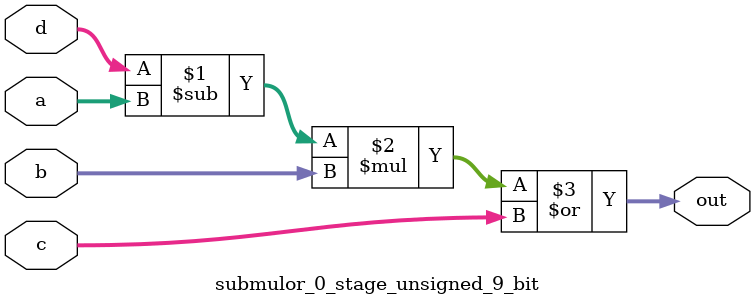
<source format=sv>
(* use_dsp = "yes" *) module submulor_0_stage_unsigned_9_bit(
	input  [8:0] a,
	input  [8:0] b,
	input  [8:0] c,
	input  [8:0] d,
	output [8:0] out
	);

	assign out = ((d - a) * b) | c;
endmodule

</source>
